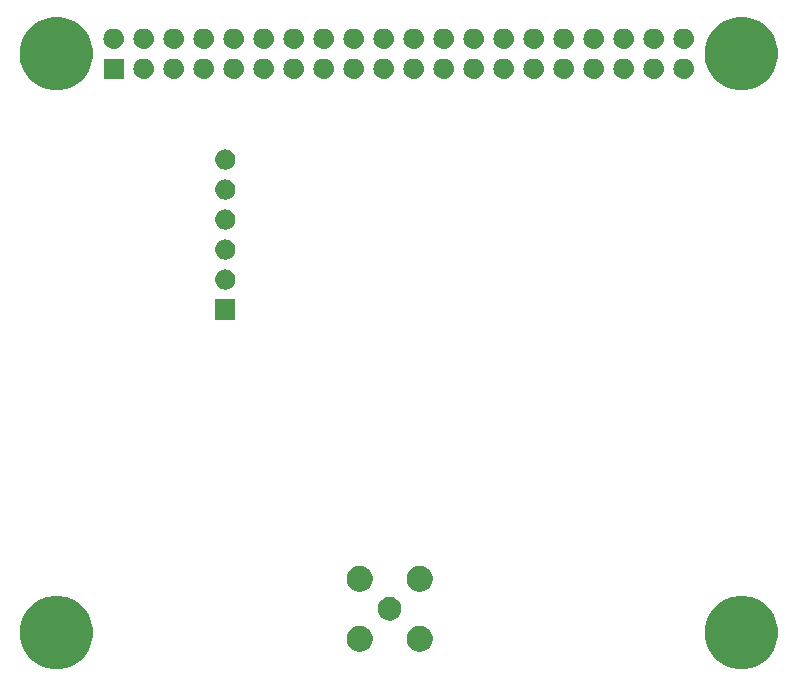
<source format=gbs>
G04 #@! TF.GenerationSoftware,KiCad,Pcbnew,5.0.1-33cea8e~67~ubuntu18.04.1*
G04 #@! TF.CreationDate,2018-12-03T16:30:20-06:00*
G04 #@! TF.ProjectId,PiHatAx5043,50694861744178353034332E6B696361,V1.3*
G04 #@! TF.SameCoordinates,Original*
G04 #@! TF.FileFunction,Soldermask,Bot*
G04 #@! TF.FilePolarity,Negative*
%FSLAX46Y46*%
G04 Gerber Fmt 4.6, Leading zero omitted, Abs format (unit mm)*
G04 Created by KiCad (PCBNEW 5.0.1-33cea8e~67~ubuntu18.04.1) date Mon 03 Dec 2018 04:30:20 PM CST*
%MOMM*%
%LPD*%
G01*
G04 APERTURE LIST*
%ADD10C,0.100000*%
G04 APERTURE END LIST*
D10*
G36*
X48104599Y-88079421D02*
X48304237Y-88119131D01*
X48868401Y-88352815D01*
X49376135Y-88692072D01*
X49807928Y-89123865D01*
X50147185Y-89631599D01*
X50380869Y-90195763D01*
X50380869Y-90195764D01*
X50496301Y-90776078D01*
X50500000Y-90794677D01*
X50500000Y-91405323D01*
X50380869Y-92004237D01*
X50147185Y-92568401D01*
X49807928Y-93076135D01*
X49376135Y-93507928D01*
X48868401Y-93847185D01*
X48304237Y-94080869D01*
X48104599Y-94120579D01*
X47705325Y-94200000D01*
X47094675Y-94200000D01*
X46695401Y-94120579D01*
X46495763Y-94080869D01*
X45931599Y-93847185D01*
X45423865Y-93507928D01*
X44992072Y-93076135D01*
X44652815Y-92568401D01*
X44419131Y-92004237D01*
X44300000Y-91405323D01*
X44300000Y-90794677D01*
X44303700Y-90776078D01*
X44419131Y-90195764D01*
X44419131Y-90195763D01*
X44652815Y-89631599D01*
X44992072Y-89123865D01*
X45423865Y-88692072D01*
X45931599Y-88352815D01*
X46495763Y-88119131D01*
X46695401Y-88079421D01*
X47094675Y-88000000D01*
X47705325Y-88000000D01*
X48104599Y-88079421D01*
X48104599Y-88079421D01*
G37*
G36*
X106104599Y-88079421D02*
X106304237Y-88119131D01*
X106868401Y-88352815D01*
X107376135Y-88692072D01*
X107807928Y-89123865D01*
X108147185Y-89631599D01*
X108380869Y-90195763D01*
X108380869Y-90195764D01*
X108496301Y-90776078D01*
X108500000Y-90794677D01*
X108500000Y-91405323D01*
X108380869Y-92004237D01*
X108147185Y-92568401D01*
X107807928Y-93076135D01*
X107376135Y-93507928D01*
X106868401Y-93847185D01*
X106304237Y-94080869D01*
X106104599Y-94120579D01*
X105705325Y-94200000D01*
X105094675Y-94200000D01*
X104695401Y-94120579D01*
X104495763Y-94080869D01*
X103931599Y-93847185D01*
X103423865Y-93507928D01*
X102992072Y-93076135D01*
X102652815Y-92568401D01*
X102419131Y-92004237D01*
X102300000Y-91405323D01*
X102300000Y-90794677D01*
X102303700Y-90776078D01*
X102419131Y-90195764D01*
X102419131Y-90195763D01*
X102652815Y-89631599D01*
X102992072Y-89123865D01*
X103423865Y-88692072D01*
X103931599Y-88352815D01*
X104495763Y-88119131D01*
X104695401Y-88079421D01*
X105094675Y-88000000D01*
X105705325Y-88000000D01*
X106104599Y-88079421D01*
X106104599Y-88079421D01*
G37*
G36*
X73409357Y-90572772D02*
X73609542Y-90655691D01*
X73789713Y-90776078D01*
X73942922Y-90929287D01*
X74063309Y-91109458D01*
X74146228Y-91309643D01*
X74188500Y-91522158D01*
X74188500Y-91738842D01*
X74146228Y-91951357D01*
X74063309Y-92151542D01*
X73942922Y-92331713D01*
X73789713Y-92484922D01*
X73789710Y-92484924D01*
X73789709Y-92484925D01*
X73609545Y-92605307D01*
X73609542Y-92605309D01*
X73409357Y-92688228D01*
X73196842Y-92730500D01*
X72980158Y-92730500D01*
X72767643Y-92688228D01*
X72567458Y-92605309D01*
X72567455Y-92605307D01*
X72387291Y-92484925D01*
X72387290Y-92484924D01*
X72387287Y-92484922D01*
X72234078Y-92331713D01*
X72113691Y-92151542D01*
X72030772Y-91951357D01*
X71988500Y-91738842D01*
X71988500Y-91522158D01*
X72030772Y-91309643D01*
X72113691Y-91109458D01*
X72234078Y-90929287D01*
X72387287Y-90776078D01*
X72567458Y-90655691D01*
X72767643Y-90572772D01*
X72980158Y-90530500D01*
X73196842Y-90530500D01*
X73409357Y-90572772D01*
X73409357Y-90572772D01*
G37*
G36*
X78489357Y-90572772D02*
X78689542Y-90655691D01*
X78869713Y-90776078D01*
X79022922Y-90929287D01*
X79143309Y-91109458D01*
X79226228Y-91309643D01*
X79268500Y-91522158D01*
X79268500Y-91738842D01*
X79226228Y-91951357D01*
X79143309Y-92151542D01*
X79022922Y-92331713D01*
X78869713Y-92484922D01*
X78869710Y-92484924D01*
X78869709Y-92484925D01*
X78689545Y-92605307D01*
X78689542Y-92605309D01*
X78489357Y-92688228D01*
X78276842Y-92730500D01*
X78060158Y-92730500D01*
X77847643Y-92688228D01*
X77647458Y-92605309D01*
X77647455Y-92605307D01*
X77467291Y-92484925D01*
X77467290Y-92484924D01*
X77467287Y-92484922D01*
X77314078Y-92331713D01*
X77193691Y-92151542D01*
X77110772Y-91951357D01*
X77068500Y-91738842D01*
X77068500Y-91522158D01*
X77110772Y-91309643D01*
X77193691Y-91109458D01*
X77314078Y-90929287D01*
X77467287Y-90776078D01*
X77647458Y-90655691D01*
X77847643Y-90572772D01*
X78060158Y-90530500D01*
X78276842Y-90530500D01*
X78489357Y-90572772D01*
X78489357Y-90572772D01*
G37*
G36*
X75804270Y-88105872D02*
X75920189Y-88128929D01*
X76102178Y-88204311D01*
X76265963Y-88313749D01*
X76405251Y-88453037D01*
X76514689Y-88616822D01*
X76590071Y-88798811D01*
X76628500Y-88992009D01*
X76628500Y-89188991D01*
X76590071Y-89382189D01*
X76514689Y-89564178D01*
X76405251Y-89727963D01*
X76265963Y-89867251D01*
X76102178Y-89976689D01*
X75920189Y-90052071D01*
X75804270Y-90075128D01*
X75726993Y-90090500D01*
X75530007Y-90090500D01*
X75452730Y-90075128D01*
X75336811Y-90052071D01*
X75154822Y-89976689D01*
X74991037Y-89867251D01*
X74851749Y-89727963D01*
X74742311Y-89564178D01*
X74666929Y-89382189D01*
X74628500Y-89188991D01*
X74628500Y-88992009D01*
X74666929Y-88798811D01*
X74742311Y-88616822D01*
X74851749Y-88453037D01*
X74991037Y-88313749D01*
X75154822Y-88204311D01*
X75336811Y-88128929D01*
X75452730Y-88105872D01*
X75530007Y-88090500D01*
X75726993Y-88090500D01*
X75804270Y-88105872D01*
X75804270Y-88105872D01*
G37*
G36*
X78489357Y-85492772D02*
X78689542Y-85575691D01*
X78869713Y-85696078D01*
X79022922Y-85849287D01*
X79143309Y-86029458D01*
X79226228Y-86229643D01*
X79268500Y-86442158D01*
X79268500Y-86658842D01*
X79226228Y-86871357D01*
X79143309Y-87071542D01*
X79022922Y-87251713D01*
X78869713Y-87404922D01*
X78689542Y-87525309D01*
X78489357Y-87608228D01*
X78276842Y-87650500D01*
X78060158Y-87650500D01*
X77847643Y-87608228D01*
X77647458Y-87525309D01*
X77467287Y-87404922D01*
X77314078Y-87251713D01*
X77193691Y-87071542D01*
X77110772Y-86871357D01*
X77068500Y-86658842D01*
X77068500Y-86442158D01*
X77110772Y-86229643D01*
X77193691Y-86029458D01*
X77314078Y-85849287D01*
X77467287Y-85696078D01*
X77647458Y-85575691D01*
X77847643Y-85492772D01*
X78060158Y-85450500D01*
X78276842Y-85450500D01*
X78489357Y-85492772D01*
X78489357Y-85492772D01*
G37*
G36*
X73409357Y-85492772D02*
X73609542Y-85575691D01*
X73789713Y-85696078D01*
X73942922Y-85849287D01*
X74063309Y-86029458D01*
X74146228Y-86229643D01*
X74188500Y-86442158D01*
X74188500Y-86658842D01*
X74146228Y-86871357D01*
X74063309Y-87071542D01*
X73942922Y-87251713D01*
X73789713Y-87404922D01*
X73609542Y-87525309D01*
X73409357Y-87608228D01*
X73196842Y-87650500D01*
X72980158Y-87650500D01*
X72767643Y-87608228D01*
X72567458Y-87525309D01*
X72387287Y-87404922D01*
X72234078Y-87251713D01*
X72113691Y-87071542D01*
X72030772Y-86871357D01*
X71988500Y-86658842D01*
X71988500Y-86442158D01*
X72030772Y-86229643D01*
X72113691Y-86029458D01*
X72234078Y-85849287D01*
X72387287Y-85696078D01*
X72567458Y-85575691D01*
X72767643Y-85492772D01*
X72980158Y-85450500D01*
X73196842Y-85450500D01*
X73409357Y-85492772D01*
X73409357Y-85492772D01*
G37*
G36*
X62572000Y-64604000D02*
X60872000Y-64604000D01*
X60872000Y-62904000D01*
X62572000Y-62904000D01*
X62572000Y-64604000D01*
X62572000Y-64604000D01*
G37*
G36*
X61888630Y-60376299D02*
X62048855Y-60424903D01*
X62196520Y-60503831D01*
X62325949Y-60610051D01*
X62432169Y-60739480D01*
X62511097Y-60887145D01*
X62559701Y-61047370D01*
X62576112Y-61214000D01*
X62559701Y-61380630D01*
X62511097Y-61540855D01*
X62432169Y-61688520D01*
X62325949Y-61817949D01*
X62196520Y-61924169D01*
X62048855Y-62003097D01*
X61888630Y-62051701D01*
X61763752Y-62064000D01*
X61680248Y-62064000D01*
X61555370Y-62051701D01*
X61395145Y-62003097D01*
X61247480Y-61924169D01*
X61118051Y-61817949D01*
X61011831Y-61688520D01*
X60932903Y-61540855D01*
X60884299Y-61380630D01*
X60867888Y-61214000D01*
X60884299Y-61047370D01*
X60932903Y-60887145D01*
X61011831Y-60739480D01*
X61118051Y-60610051D01*
X61247480Y-60503831D01*
X61395145Y-60424903D01*
X61555370Y-60376299D01*
X61680248Y-60364000D01*
X61763752Y-60364000D01*
X61888630Y-60376299D01*
X61888630Y-60376299D01*
G37*
G36*
X61888630Y-57836299D02*
X62048855Y-57884903D01*
X62196520Y-57963831D01*
X62325949Y-58070051D01*
X62432169Y-58199480D01*
X62511097Y-58347145D01*
X62559701Y-58507370D01*
X62576112Y-58674000D01*
X62559701Y-58840630D01*
X62511097Y-59000855D01*
X62432169Y-59148520D01*
X62325949Y-59277949D01*
X62196520Y-59384169D01*
X62048855Y-59463097D01*
X61888630Y-59511701D01*
X61763752Y-59524000D01*
X61680248Y-59524000D01*
X61555370Y-59511701D01*
X61395145Y-59463097D01*
X61247480Y-59384169D01*
X61118051Y-59277949D01*
X61011831Y-59148520D01*
X60932903Y-59000855D01*
X60884299Y-58840630D01*
X60867888Y-58674000D01*
X60884299Y-58507370D01*
X60932903Y-58347145D01*
X61011831Y-58199480D01*
X61118051Y-58070051D01*
X61247480Y-57963831D01*
X61395145Y-57884903D01*
X61555370Y-57836299D01*
X61680248Y-57824000D01*
X61763752Y-57824000D01*
X61888630Y-57836299D01*
X61888630Y-57836299D01*
G37*
G36*
X61888630Y-55296299D02*
X62048855Y-55344903D01*
X62196520Y-55423831D01*
X62325949Y-55530051D01*
X62432169Y-55659480D01*
X62511097Y-55807145D01*
X62559701Y-55967370D01*
X62576112Y-56134000D01*
X62559701Y-56300630D01*
X62511097Y-56460855D01*
X62432169Y-56608520D01*
X62325949Y-56737949D01*
X62196520Y-56844169D01*
X62048855Y-56923097D01*
X61888630Y-56971701D01*
X61763752Y-56984000D01*
X61680248Y-56984000D01*
X61555370Y-56971701D01*
X61395145Y-56923097D01*
X61247480Y-56844169D01*
X61118051Y-56737949D01*
X61011831Y-56608520D01*
X60932903Y-56460855D01*
X60884299Y-56300630D01*
X60867888Y-56134000D01*
X60884299Y-55967370D01*
X60932903Y-55807145D01*
X61011831Y-55659480D01*
X61118051Y-55530051D01*
X61247480Y-55423831D01*
X61395145Y-55344903D01*
X61555370Y-55296299D01*
X61680248Y-55284000D01*
X61763752Y-55284000D01*
X61888630Y-55296299D01*
X61888630Y-55296299D01*
G37*
G36*
X61888630Y-52756299D02*
X62048855Y-52804903D01*
X62196520Y-52883831D01*
X62325949Y-52990051D01*
X62432169Y-53119480D01*
X62511097Y-53267145D01*
X62559701Y-53427370D01*
X62576112Y-53594000D01*
X62559701Y-53760630D01*
X62511097Y-53920855D01*
X62432169Y-54068520D01*
X62325949Y-54197949D01*
X62196520Y-54304169D01*
X62048855Y-54383097D01*
X61888630Y-54431701D01*
X61763752Y-54444000D01*
X61680248Y-54444000D01*
X61555370Y-54431701D01*
X61395145Y-54383097D01*
X61247480Y-54304169D01*
X61118051Y-54197949D01*
X61011831Y-54068520D01*
X60932903Y-53920855D01*
X60884299Y-53760630D01*
X60867888Y-53594000D01*
X60884299Y-53427370D01*
X60932903Y-53267145D01*
X61011831Y-53119480D01*
X61118051Y-52990051D01*
X61247480Y-52883831D01*
X61395145Y-52804903D01*
X61555370Y-52756299D01*
X61680248Y-52744000D01*
X61763752Y-52744000D01*
X61888630Y-52756299D01*
X61888630Y-52756299D01*
G37*
G36*
X61888630Y-50216299D02*
X62048855Y-50264903D01*
X62196520Y-50343831D01*
X62325949Y-50450051D01*
X62432169Y-50579480D01*
X62511097Y-50727145D01*
X62559701Y-50887370D01*
X62576112Y-51054000D01*
X62559701Y-51220630D01*
X62511097Y-51380855D01*
X62432169Y-51528520D01*
X62325949Y-51657949D01*
X62196520Y-51764169D01*
X62048855Y-51843097D01*
X61888630Y-51891701D01*
X61763752Y-51904000D01*
X61680248Y-51904000D01*
X61555370Y-51891701D01*
X61395145Y-51843097D01*
X61247480Y-51764169D01*
X61118051Y-51657949D01*
X61011831Y-51528520D01*
X60932903Y-51380855D01*
X60884299Y-51220630D01*
X60867888Y-51054000D01*
X60884299Y-50887370D01*
X60932903Y-50727145D01*
X61011831Y-50579480D01*
X61118051Y-50450051D01*
X61247480Y-50343831D01*
X61395145Y-50264903D01*
X61555370Y-50216299D01*
X61680248Y-50204000D01*
X61763752Y-50204000D01*
X61888630Y-50216299D01*
X61888630Y-50216299D01*
G37*
G36*
X106104599Y-39079421D02*
X106304237Y-39119131D01*
X106868401Y-39352815D01*
X107376135Y-39692072D01*
X107807928Y-40123865D01*
X108147185Y-40631599D01*
X108366920Y-41162088D01*
X108380869Y-41195764D01*
X108500000Y-41794675D01*
X108500000Y-42405325D01*
X108430169Y-42756388D01*
X108380869Y-43004237D01*
X108147185Y-43568401D01*
X107807928Y-44076135D01*
X107376135Y-44507928D01*
X106868401Y-44847185D01*
X106304237Y-45080869D01*
X106104599Y-45120579D01*
X105705325Y-45200000D01*
X105094675Y-45200000D01*
X104695401Y-45120579D01*
X104495763Y-45080869D01*
X103931599Y-44847185D01*
X103423865Y-44507928D01*
X102992072Y-44076135D01*
X102652815Y-43568401D01*
X102419131Y-43004237D01*
X102369831Y-42756388D01*
X102300000Y-42405325D01*
X102300000Y-41794675D01*
X102419131Y-41195764D01*
X102433080Y-41162088D01*
X102652815Y-40631599D01*
X102992072Y-40123865D01*
X103423865Y-39692072D01*
X103931599Y-39352815D01*
X104495763Y-39119131D01*
X104695401Y-39079421D01*
X105094675Y-39000000D01*
X105705325Y-39000000D01*
X106104599Y-39079421D01*
X106104599Y-39079421D01*
G37*
G36*
X48104599Y-39079421D02*
X48304237Y-39119131D01*
X48868401Y-39352815D01*
X49376135Y-39692072D01*
X49807928Y-40123865D01*
X50147185Y-40631599D01*
X50366920Y-41162088D01*
X50380869Y-41195764D01*
X50500000Y-41794675D01*
X50500000Y-42405325D01*
X50430169Y-42756388D01*
X50380869Y-43004237D01*
X50147185Y-43568401D01*
X49807928Y-44076135D01*
X49376135Y-44507928D01*
X48868401Y-44847185D01*
X48304237Y-45080869D01*
X48104599Y-45120579D01*
X47705325Y-45200000D01*
X47094675Y-45200000D01*
X46695401Y-45120579D01*
X46495763Y-45080869D01*
X45931599Y-44847185D01*
X45423865Y-44507928D01*
X44992072Y-44076135D01*
X44652815Y-43568401D01*
X44419131Y-43004237D01*
X44369831Y-42756388D01*
X44300000Y-42405325D01*
X44300000Y-41794675D01*
X44419131Y-41195764D01*
X44433080Y-41162088D01*
X44652815Y-40631599D01*
X44992072Y-40123865D01*
X45423865Y-39692072D01*
X45931599Y-39352815D01*
X46495763Y-39119131D01*
X46695401Y-39079421D01*
X47094675Y-39000000D01*
X47705325Y-39000000D01*
X48104599Y-39079421D01*
X48104599Y-39079421D01*
G37*
G36*
X54894712Y-42510565D02*
X54979295Y-42518896D01*
X55099727Y-42555429D01*
X55142088Y-42568279D01*
X55292112Y-42648468D01*
X55423612Y-42756388D01*
X55531532Y-42887888D01*
X55611721Y-43037912D01*
X55611722Y-43037916D01*
X55661104Y-43200705D01*
X55677778Y-43370000D01*
X55661104Y-43539295D01*
X55624571Y-43659727D01*
X55611721Y-43702088D01*
X55531532Y-43852112D01*
X55423612Y-43983612D01*
X55292112Y-44091532D01*
X55142088Y-44171721D01*
X55099727Y-44184571D01*
X54979295Y-44221104D01*
X54894712Y-44229435D01*
X54852421Y-44233600D01*
X54767579Y-44233600D01*
X54725288Y-44229435D01*
X54640705Y-44221104D01*
X54520273Y-44184571D01*
X54477912Y-44171721D01*
X54327888Y-44091532D01*
X54196388Y-43983612D01*
X54088468Y-43852112D01*
X54008279Y-43702088D01*
X53995429Y-43659727D01*
X53958896Y-43539295D01*
X53942222Y-43370000D01*
X53958896Y-43200705D01*
X54008278Y-43037916D01*
X54008279Y-43037912D01*
X54088468Y-42887888D01*
X54196388Y-42756388D01*
X54327888Y-42648468D01*
X54477912Y-42568279D01*
X54520273Y-42555429D01*
X54640705Y-42518896D01*
X54725288Y-42510565D01*
X54767579Y-42506400D01*
X54852421Y-42506400D01*
X54894712Y-42510565D01*
X54894712Y-42510565D01*
G37*
G36*
X53133600Y-44233600D02*
X51406400Y-44233600D01*
X51406400Y-42506400D01*
X53133600Y-42506400D01*
X53133600Y-44233600D01*
X53133600Y-44233600D01*
G37*
G36*
X100614712Y-42510565D02*
X100699295Y-42518896D01*
X100819727Y-42555429D01*
X100862088Y-42568279D01*
X101012112Y-42648468D01*
X101143612Y-42756388D01*
X101251532Y-42887888D01*
X101331721Y-43037912D01*
X101331722Y-43037916D01*
X101381104Y-43200705D01*
X101397778Y-43370000D01*
X101381104Y-43539295D01*
X101344571Y-43659727D01*
X101331721Y-43702088D01*
X101251532Y-43852112D01*
X101143612Y-43983612D01*
X101012112Y-44091532D01*
X100862088Y-44171721D01*
X100819727Y-44184571D01*
X100699295Y-44221104D01*
X100614712Y-44229435D01*
X100572421Y-44233600D01*
X100487579Y-44233600D01*
X100445288Y-44229435D01*
X100360705Y-44221104D01*
X100240273Y-44184571D01*
X100197912Y-44171721D01*
X100047888Y-44091532D01*
X99916388Y-43983612D01*
X99808468Y-43852112D01*
X99728279Y-43702088D01*
X99715429Y-43659727D01*
X99678896Y-43539295D01*
X99662222Y-43370000D01*
X99678896Y-43200705D01*
X99728278Y-43037916D01*
X99728279Y-43037912D01*
X99808468Y-42887888D01*
X99916388Y-42756388D01*
X100047888Y-42648468D01*
X100197912Y-42568279D01*
X100240273Y-42555429D01*
X100360705Y-42518896D01*
X100445288Y-42510565D01*
X100487579Y-42506400D01*
X100572421Y-42506400D01*
X100614712Y-42510565D01*
X100614712Y-42510565D01*
G37*
G36*
X98074712Y-42510565D02*
X98159295Y-42518896D01*
X98279727Y-42555429D01*
X98322088Y-42568279D01*
X98472112Y-42648468D01*
X98603612Y-42756388D01*
X98711532Y-42887888D01*
X98791721Y-43037912D01*
X98791722Y-43037916D01*
X98841104Y-43200705D01*
X98857778Y-43370000D01*
X98841104Y-43539295D01*
X98804571Y-43659727D01*
X98791721Y-43702088D01*
X98711532Y-43852112D01*
X98603612Y-43983612D01*
X98472112Y-44091532D01*
X98322088Y-44171721D01*
X98279727Y-44184571D01*
X98159295Y-44221104D01*
X98074712Y-44229435D01*
X98032421Y-44233600D01*
X97947579Y-44233600D01*
X97905288Y-44229435D01*
X97820705Y-44221104D01*
X97700273Y-44184571D01*
X97657912Y-44171721D01*
X97507888Y-44091532D01*
X97376388Y-43983612D01*
X97268468Y-43852112D01*
X97188279Y-43702088D01*
X97175429Y-43659727D01*
X97138896Y-43539295D01*
X97122222Y-43370000D01*
X97138896Y-43200705D01*
X97188278Y-43037916D01*
X97188279Y-43037912D01*
X97268468Y-42887888D01*
X97376388Y-42756388D01*
X97507888Y-42648468D01*
X97657912Y-42568279D01*
X97700273Y-42555429D01*
X97820705Y-42518896D01*
X97905288Y-42510565D01*
X97947579Y-42506400D01*
X98032421Y-42506400D01*
X98074712Y-42510565D01*
X98074712Y-42510565D01*
G37*
G36*
X95534712Y-42510565D02*
X95619295Y-42518896D01*
X95739727Y-42555429D01*
X95782088Y-42568279D01*
X95932112Y-42648468D01*
X96063612Y-42756388D01*
X96171532Y-42887888D01*
X96251721Y-43037912D01*
X96251722Y-43037916D01*
X96301104Y-43200705D01*
X96317778Y-43370000D01*
X96301104Y-43539295D01*
X96264571Y-43659727D01*
X96251721Y-43702088D01*
X96171532Y-43852112D01*
X96063612Y-43983612D01*
X95932112Y-44091532D01*
X95782088Y-44171721D01*
X95739727Y-44184571D01*
X95619295Y-44221104D01*
X95534712Y-44229435D01*
X95492421Y-44233600D01*
X95407579Y-44233600D01*
X95365288Y-44229435D01*
X95280705Y-44221104D01*
X95160273Y-44184571D01*
X95117912Y-44171721D01*
X94967888Y-44091532D01*
X94836388Y-43983612D01*
X94728468Y-43852112D01*
X94648279Y-43702088D01*
X94635429Y-43659727D01*
X94598896Y-43539295D01*
X94582222Y-43370000D01*
X94598896Y-43200705D01*
X94648278Y-43037916D01*
X94648279Y-43037912D01*
X94728468Y-42887888D01*
X94836388Y-42756388D01*
X94967888Y-42648468D01*
X95117912Y-42568279D01*
X95160273Y-42555429D01*
X95280705Y-42518896D01*
X95365288Y-42510565D01*
X95407579Y-42506400D01*
X95492421Y-42506400D01*
X95534712Y-42510565D01*
X95534712Y-42510565D01*
G37*
G36*
X92994712Y-42510565D02*
X93079295Y-42518896D01*
X93199727Y-42555429D01*
X93242088Y-42568279D01*
X93392112Y-42648468D01*
X93523612Y-42756388D01*
X93631532Y-42887888D01*
X93711721Y-43037912D01*
X93711722Y-43037916D01*
X93761104Y-43200705D01*
X93777778Y-43370000D01*
X93761104Y-43539295D01*
X93724571Y-43659727D01*
X93711721Y-43702088D01*
X93631532Y-43852112D01*
X93523612Y-43983612D01*
X93392112Y-44091532D01*
X93242088Y-44171721D01*
X93199727Y-44184571D01*
X93079295Y-44221104D01*
X92994712Y-44229435D01*
X92952421Y-44233600D01*
X92867579Y-44233600D01*
X92825288Y-44229435D01*
X92740705Y-44221104D01*
X92620273Y-44184571D01*
X92577912Y-44171721D01*
X92427888Y-44091532D01*
X92296388Y-43983612D01*
X92188468Y-43852112D01*
X92108279Y-43702088D01*
X92095429Y-43659727D01*
X92058896Y-43539295D01*
X92042222Y-43370000D01*
X92058896Y-43200705D01*
X92108278Y-43037916D01*
X92108279Y-43037912D01*
X92188468Y-42887888D01*
X92296388Y-42756388D01*
X92427888Y-42648468D01*
X92577912Y-42568279D01*
X92620273Y-42555429D01*
X92740705Y-42518896D01*
X92825288Y-42510565D01*
X92867579Y-42506400D01*
X92952421Y-42506400D01*
X92994712Y-42510565D01*
X92994712Y-42510565D01*
G37*
G36*
X67594712Y-42510565D02*
X67679295Y-42518896D01*
X67799727Y-42555429D01*
X67842088Y-42568279D01*
X67992112Y-42648468D01*
X68123612Y-42756388D01*
X68231532Y-42887888D01*
X68311721Y-43037912D01*
X68311722Y-43037916D01*
X68361104Y-43200705D01*
X68377778Y-43370000D01*
X68361104Y-43539295D01*
X68324571Y-43659727D01*
X68311721Y-43702088D01*
X68231532Y-43852112D01*
X68123612Y-43983612D01*
X67992112Y-44091532D01*
X67842088Y-44171721D01*
X67799727Y-44184571D01*
X67679295Y-44221104D01*
X67594712Y-44229435D01*
X67552421Y-44233600D01*
X67467579Y-44233600D01*
X67425288Y-44229435D01*
X67340705Y-44221104D01*
X67220273Y-44184571D01*
X67177912Y-44171721D01*
X67027888Y-44091532D01*
X66896388Y-43983612D01*
X66788468Y-43852112D01*
X66708279Y-43702088D01*
X66695429Y-43659727D01*
X66658896Y-43539295D01*
X66642222Y-43370000D01*
X66658896Y-43200705D01*
X66708278Y-43037916D01*
X66708279Y-43037912D01*
X66788468Y-42887888D01*
X66896388Y-42756388D01*
X67027888Y-42648468D01*
X67177912Y-42568279D01*
X67220273Y-42555429D01*
X67340705Y-42518896D01*
X67425288Y-42510565D01*
X67467579Y-42506400D01*
X67552421Y-42506400D01*
X67594712Y-42510565D01*
X67594712Y-42510565D01*
G37*
G36*
X59974712Y-42510565D02*
X60059295Y-42518896D01*
X60179727Y-42555429D01*
X60222088Y-42568279D01*
X60372112Y-42648468D01*
X60503612Y-42756388D01*
X60611532Y-42887888D01*
X60691721Y-43037912D01*
X60691722Y-43037916D01*
X60741104Y-43200705D01*
X60757778Y-43370000D01*
X60741104Y-43539295D01*
X60704571Y-43659727D01*
X60691721Y-43702088D01*
X60611532Y-43852112D01*
X60503612Y-43983612D01*
X60372112Y-44091532D01*
X60222088Y-44171721D01*
X60179727Y-44184571D01*
X60059295Y-44221104D01*
X59974712Y-44229435D01*
X59932421Y-44233600D01*
X59847579Y-44233600D01*
X59805288Y-44229435D01*
X59720705Y-44221104D01*
X59600273Y-44184571D01*
X59557912Y-44171721D01*
X59407888Y-44091532D01*
X59276388Y-43983612D01*
X59168468Y-43852112D01*
X59088279Y-43702088D01*
X59075429Y-43659727D01*
X59038896Y-43539295D01*
X59022222Y-43370000D01*
X59038896Y-43200705D01*
X59088278Y-43037916D01*
X59088279Y-43037912D01*
X59168468Y-42887888D01*
X59276388Y-42756388D01*
X59407888Y-42648468D01*
X59557912Y-42568279D01*
X59600273Y-42555429D01*
X59720705Y-42518896D01*
X59805288Y-42510565D01*
X59847579Y-42506400D01*
X59932421Y-42506400D01*
X59974712Y-42510565D01*
X59974712Y-42510565D01*
G37*
G36*
X62514712Y-42510565D02*
X62599295Y-42518896D01*
X62719727Y-42555429D01*
X62762088Y-42568279D01*
X62912112Y-42648468D01*
X63043612Y-42756388D01*
X63151532Y-42887888D01*
X63231721Y-43037912D01*
X63231722Y-43037916D01*
X63281104Y-43200705D01*
X63297778Y-43370000D01*
X63281104Y-43539295D01*
X63244571Y-43659727D01*
X63231721Y-43702088D01*
X63151532Y-43852112D01*
X63043612Y-43983612D01*
X62912112Y-44091532D01*
X62762088Y-44171721D01*
X62719727Y-44184571D01*
X62599295Y-44221104D01*
X62514712Y-44229435D01*
X62472421Y-44233600D01*
X62387579Y-44233600D01*
X62345288Y-44229435D01*
X62260705Y-44221104D01*
X62140273Y-44184571D01*
X62097912Y-44171721D01*
X61947888Y-44091532D01*
X61816388Y-43983612D01*
X61708468Y-43852112D01*
X61628279Y-43702088D01*
X61615429Y-43659727D01*
X61578896Y-43539295D01*
X61562222Y-43370000D01*
X61578896Y-43200705D01*
X61628278Y-43037916D01*
X61628279Y-43037912D01*
X61708468Y-42887888D01*
X61816388Y-42756388D01*
X61947888Y-42648468D01*
X62097912Y-42568279D01*
X62140273Y-42555429D01*
X62260705Y-42518896D01*
X62345288Y-42510565D01*
X62387579Y-42506400D01*
X62472421Y-42506400D01*
X62514712Y-42510565D01*
X62514712Y-42510565D01*
G37*
G36*
X65054712Y-42510565D02*
X65139295Y-42518896D01*
X65259727Y-42555429D01*
X65302088Y-42568279D01*
X65452112Y-42648468D01*
X65583612Y-42756388D01*
X65691532Y-42887888D01*
X65771721Y-43037912D01*
X65771722Y-43037916D01*
X65821104Y-43200705D01*
X65837778Y-43370000D01*
X65821104Y-43539295D01*
X65784571Y-43659727D01*
X65771721Y-43702088D01*
X65691532Y-43852112D01*
X65583612Y-43983612D01*
X65452112Y-44091532D01*
X65302088Y-44171721D01*
X65259727Y-44184571D01*
X65139295Y-44221104D01*
X65054712Y-44229435D01*
X65012421Y-44233600D01*
X64927579Y-44233600D01*
X64885288Y-44229435D01*
X64800705Y-44221104D01*
X64680273Y-44184571D01*
X64637912Y-44171721D01*
X64487888Y-44091532D01*
X64356388Y-43983612D01*
X64248468Y-43852112D01*
X64168279Y-43702088D01*
X64155429Y-43659727D01*
X64118896Y-43539295D01*
X64102222Y-43370000D01*
X64118896Y-43200705D01*
X64168278Y-43037916D01*
X64168279Y-43037912D01*
X64248468Y-42887888D01*
X64356388Y-42756388D01*
X64487888Y-42648468D01*
X64637912Y-42568279D01*
X64680273Y-42555429D01*
X64800705Y-42518896D01*
X64885288Y-42510565D01*
X64927579Y-42506400D01*
X65012421Y-42506400D01*
X65054712Y-42510565D01*
X65054712Y-42510565D01*
G37*
G36*
X72674712Y-42510565D02*
X72759295Y-42518896D01*
X72879727Y-42555429D01*
X72922088Y-42568279D01*
X73072112Y-42648468D01*
X73203612Y-42756388D01*
X73311532Y-42887888D01*
X73391721Y-43037912D01*
X73391722Y-43037916D01*
X73441104Y-43200705D01*
X73457778Y-43370000D01*
X73441104Y-43539295D01*
X73404571Y-43659727D01*
X73391721Y-43702088D01*
X73311532Y-43852112D01*
X73203612Y-43983612D01*
X73072112Y-44091532D01*
X72922088Y-44171721D01*
X72879727Y-44184571D01*
X72759295Y-44221104D01*
X72674712Y-44229435D01*
X72632421Y-44233600D01*
X72547579Y-44233600D01*
X72505288Y-44229435D01*
X72420705Y-44221104D01*
X72300273Y-44184571D01*
X72257912Y-44171721D01*
X72107888Y-44091532D01*
X71976388Y-43983612D01*
X71868468Y-43852112D01*
X71788279Y-43702088D01*
X71775429Y-43659727D01*
X71738896Y-43539295D01*
X71722222Y-43370000D01*
X71738896Y-43200705D01*
X71788278Y-43037916D01*
X71788279Y-43037912D01*
X71868468Y-42887888D01*
X71976388Y-42756388D01*
X72107888Y-42648468D01*
X72257912Y-42568279D01*
X72300273Y-42555429D01*
X72420705Y-42518896D01*
X72505288Y-42510565D01*
X72547579Y-42506400D01*
X72632421Y-42506400D01*
X72674712Y-42510565D01*
X72674712Y-42510565D01*
G37*
G36*
X70134712Y-42510565D02*
X70219295Y-42518896D01*
X70339727Y-42555429D01*
X70382088Y-42568279D01*
X70532112Y-42648468D01*
X70663612Y-42756388D01*
X70771532Y-42887888D01*
X70851721Y-43037912D01*
X70851722Y-43037916D01*
X70901104Y-43200705D01*
X70917778Y-43370000D01*
X70901104Y-43539295D01*
X70864571Y-43659727D01*
X70851721Y-43702088D01*
X70771532Y-43852112D01*
X70663612Y-43983612D01*
X70532112Y-44091532D01*
X70382088Y-44171721D01*
X70339727Y-44184571D01*
X70219295Y-44221104D01*
X70134712Y-44229435D01*
X70092421Y-44233600D01*
X70007579Y-44233600D01*
X69965288Y-44229435D01*
X69880705Y-44221104D01*
X69760273Y-44184571D01*
X69717912Y-44171721D01*
X69567888Y-44091532D01*
X69436388Y-43983612D01*
X69328468Y-43852112D01*
X69248279Y-43702088D01*
X69235429Y-43659727D01*
X69198896Y-43539295D01*
X69182222Y-43370000D01*
X69198896Y-43200705D01*
X69248278Y-43037916D01*
X69248279Y-43037912D01*
X69328468Y-42887888D01*
X69436388Y-42756388D01*
X69567888Y-42648468D01*
X69717912Y-42568279D01*
X69760273Y-42555429D01*
X69880705Y-42518896D01*
X69965288Y-42510565D01*
X70007579Y-42506400D01*
X70092421Y-42506400D01*
X70134712Y-42510565D01*
X70134712Y-42510565D01*
G37*
G36*
X90454712Y-42510565D02*
X90539295Y-42518896D01*
X90659727Y-42555429D01*
X90702088Y-42568279D01*
X90852112Y-42648468D01*
X90983612Y-42756388D01*
X91091532Y-42887888D01*
X91171721Y-43037912D01*
X91171722Y-43037916D01*
X91221104Y-43200705D01*
X91237778Y-43370000D01*
X91221104Y-43539295D01*
X91184571Y-43659727D01*
X91171721Y-43702088D01*
X91091532Y-43852112D01*
X90983612Y-43983612D01*
X90852112Y-44091532D01*
X90702088Y-44171721D01*
X90659727Y-44184571D01*
X90539295Y-44221104D01*
X90454712Y-44229435D01*
X90412421Y-44233600D01*
X90327579Y-44233600D01*
X90285288Y-44229435D01*
X90200705Y-44221104D01*
X90080273Y-44184571D01*
X90037912Y-44171721D01*
X89887888Y-44091532D01*
X89756388Y-43983612D01*
X89648468Y-43852112D01*
X89568279Y-43702088D01*
X89555429Y-43659727D01*
X89518896Y-43539295D01*
X89502222Y-43370000D01*
X89518896Y-43200705D01*
X89568278Y-43037916D01*
X89568279Y-43037912D01*
X89648468Y-42887888D01*
X89756388Y-42756388D01*
X89887888Y-42648468D01*
X90037912Y-42568279D01*
X90080273Y-42555429D01*
X90200705Y-42518896D01*
X90285288Y-42510565D01*
X90327579Y-42506400D01*
X90412421Y-42506400D01*
X90454712Y-42510565D01*
X90454712Y-42510565D01*
G37*
G36*
X57434712Y-42510565D02*
X57519295Y-42518896D01*
X57639727Y-42555429D01*
X57682088Y-42568279D01*
X57832112Y-42648468D01*
X57963612Y-42756388D01*
X58071532Y-42887888D01*
X58151721Y-43037912D01*
X58151722Y-43037916D01*
X58201104Y-43200705D01*
X58217778Y-43370000D01*
X58201104Y-43539295D01*
X58164571Y-43659727D01*
X58151721Y-43702088D01*
X58071532Y-43852112D01*
X57963612Y-43983612D01*
X57832112Y-44091532D01*
X57682088Y-44171721D01*
X57639727Y-44184571D01*
X57519295Y-44221104D01*
X57434712Y-44229435D01*
X57392421Y-44233600D01*
X57307579Y-44233600D01*
X57265288Y-44229435D01*
X57180705Y-44221104D01*
X57060273Y-44184571D01*
X57017912Y-44171721D01*
X56867888Y-44091532D01*
X56736388Y-43983612D01*
X56628468Y-43852112D01*
X56548279Y-43702088D01*
X56535429Y-43659727D01*
X56498896Y-43539295D01*
X56482222Y-43370000D01*
X56498896Y-43200705D01*
X56548278Y-43037916D01*
X56548279Y-43037912D01*
X56628468Y-42887888D01*
X56736388Y-42756388D01*
X56867888Y-42648468D01*
X57017912Y-42568279D01*
X57060273Y-42555429D01*
X57180705Y-42518896D01*
X57265288Y-42510565D01*
X57307579Y-42506400D01*
X57392421Y-42506400D01*
X57434712Y-42510565D01*
X57434712Y-42510565D01*
G37*
G36*
X87914712Y-42510565D02*
X87999295Y-42518896D01*
X88119727Y-42555429D01*
X88162088Y-42568279D01*
X88312112Y-42648468D01*
X88443612Y-42756388D01*
X88551532Y-42887888D01*
X88631721Y-43037912D01*
X88631722Y-43037916D01*
X88681104Y-43200705D01*
X88697778Y-43370000D01*
X88681104Y-43539295D01*
X88644571Y-43659727D01*
X88631721Y-43702088D01*
X88551532Y-43852112D01*
X88443612Y-43983612D01*
X88312112Y-44091532D01*
X88162088Y-44171721D01*
X88119727Y-44184571D01*
X87999295Y-44221104D01*
X87914712Y-44229435D01*
X87872421Y-44233600D01*
X87787579Y-44233600D01*
X87745288Y-44229435D01*
X87660705Y-44221104D01*
X87540273Y-44184571D01*
X87497912Y-44171721D01*
X87347888Y-44091532D01*
X87216388Y-43983612D01*
X87108468Y-43852112D01*
X87028279Y-43702088D01*
X87015429Y-43659727D01*
X86978896Y-43539295D01*
X86962222Y-43370000D01*
X86978896Y-43200705D01*
X87028278Y-43037916D01*
X87028279Y-43037912D01*
X87108468Y-42887888D01*
X87216388Y-42756388D01*
X87347888Y-42648468D01*
X87497912Y-42568279D01*
X87540273Y-42555429D01*
X87660705Y-42518896D01*
X87745288Y-42510565D01*
X87787579Y-42506400D01*
X87872421Y-42506400D01*
X87914712Y-42510565D01*
X87914712Y-42510565D01*
G37*
G36*
X85374712Y-42510565D02*
X85459295Y-42518896D01*
X85579727Y-42555429D01*
X85622088Y-42568279D01*
X85772112Y-42648468D01*
X85903612Y-42756388D01*
X86011532Y-42887888D01*
X86091721Y-43037912D01*
X86091722Y-43037916D01*
X86141104Y-43200705D01*
X86157778Y-43370000D01*
X86141104Y-43539295D01*
X86104571Y-43659727D01*
X86091721Y-43702088D01*
X86011532Y-43852112D01*
X85903612Y-43983612D01*
X85772112Y-44091532D01*
X85622088Y-44171721D01*
X85579727Y-44184571D01*
X85459295Y-44221104D01*
X85374712Y-44229435D01*
X85332421Y-44233600D01*
X85247579Y-44233600D01*
X85205288Y-44229435D01*
X85120705Y-44221104D01*
X85000273Y-44184571D01*
X84957912Y-44171721D01*
X84807888Y-44091532D01*
X84676388Y-43983612D01*
X84568468Y-43852112D01*
X84488279Y-43702088D01*
X84475429Y-43659727D01*
X84438896Y-43539295D01*
X84422222Y-43370000D01*
X84438896Y-43200705D01*
X84488278Y-43037916D01*
X84488279Y-43037912D01*
X84568468Y-42887888D01*
X84676388Y-42756388D01*
X84807888Y-42648468D01*
X84957912Y-42568279D01*
X85000273Y-42555429D01*
X85120705Y-42518896D01*
X85205288Y-42510565D01*
X85247579Y-42506400D01*
X85332421Y-42506400D01*
X85374712Y-42510565D01*
X85374712Y-42510565D01*
G37*
G36*
X82834712Y-42510565D02*
X82919295Y-42518896D01*
X83039727Y-42555429D01*
X83082088Y-42568279D01*
X83232112Y-42648468D01*
X83363612Y-42756388D01*
X83471532Y-42887888D01*
X83551721Y-43037912D01*
X83551722Y-43037916D01*
X83601104Y-43200705D01*
X83617778Y-43370000D01*
X83601104Y-43539295D01*
X83564571Y-43659727D01*
X83551721Y-43702088D01*
X83471532Y-43852112D01*
X83363612Y-43983612D01*
X83232112Y-44091532D01*
X83082088Y-44171721D01*
X83039727Y-44184571D01*
X82919295Y-44221104D01*
X82834712Y-44229435D01*
X82792421Y-44233600D01*
X82707579Y-44233600D01*
X82665288Y-44229435D01*
X82580705Y-44221104D01*
X82460273Y-44184571D01*
X82417912Y-44171721D01*
X82267888Y-44091532D01*
X82136388Y-43983612D01*
X82028468Y-43852112D01*
X81948279Y-43702088D01*
X81935429Y-43659727D01*
X81898896Y-43539295D01*
X81882222Y-43370000D01*
X81898896Y-43200705D01*
X81948278Y-43037916D01*
X81948279Y-43037912D01*
X82028468Y-42887888D01*
X82136388Y-42756388D01*
X82267888Y-42648468D01*
X82417912Y-42568279D01*
X82460273Y-42555429D01*
X82580705Y-42518896D01*
X82665288Y-42510565D01*
X82707579Y-42506400D01*
X82792421Y-42506400D01*
X82834712Y-42510565D01*
X82834712Y-42510565D01*
G37*
G36*
X80294712Y-42510565D02*
X80379295Y-42518896D01*
X80499727Y-42555429D01*
X80542088Y-42568279D01*
X80692112Y-42648468D01*
X80823612Y-42756388D01*
X80931532Y-42887888D01*
X81011721Y-43037912D01*
X81011722Y-43037916D01*
X81061104Y-43200705D01*
X81077778Y-43370000D01*
X81061104Y-43539295D01*
X81024571Y-43659727D01*
X81011721Y-43702088D01*
X80931532Y-43852112D01*
X80823612Y-43983612D01*
X80692112Y-44091532D01*
X80542088Y-44171721D01*
X80499727Y-44184571D01*
X80379295Y-44221104D01*
X80294712Y-44229435D01*
X80252421Y-44233600D01*
X80167579Y-44233600D01*
X80125288Y-44229435D01*
X80040705Y-44221104D01*
X79920273Y-44184571D01*
X79877912Y-44171721D01*
X79727888Y-44091532D01*
X79596388Y-43983612D01*
X79488468Y-43852112D01*
X79408279Y-43702088D01*
X79395429Y-43659727D01*
X79358896Y-43539295D01*
X79342222Y-43370000D01*
X79358896Y-43200705D01*
X79408278Y-43037916D01*
X79408279Y-43037912D01*
X79488468Y-42887888D01*
X79596388Y-42756388D01*
X79727888Y-42648468D01*
X79877912Y-42568279D01*
X79920273Y-42555429D01*
X80040705Y-42518896D01*
X80125288Y-42510565D01*
X80167579Y-42506400D01*
X80252421Y-42506400D01*
X80294712Y-42510565D01*
X80294712Y-42510565D01*
G37*
G36*
X77754712Y-42510565D02*
X77839295Y-42518896D01*
X77959727Y-42555429D01*
X78002088Y-42568279D01*
X78152112Y-42648468D01*
X78283612Y-42756388D01*
X78391532Y-42887888D01*
X78471721Y-43037912D01*
X78471722Y-43037916D01*
X78521104Y-43200705D01*
X78537778Y-43370000D01*
X78521104Y-43539295D01*
X78484571Y-43659727D01*
X78471721Y-43702088D01*
X78391532Y-43852112D01*
X78283612Y-43983612D01*
X78152112Y-44091532D01*
X78002088Y-44171721D01*
X77959727Y-44184571D01*
X77839295Y-44221104D01*
X77754712Y-44229435D01*
X77712421Y-44233600D01*
X77627579Y-44233600D01*
X77585288Y-44229435D01*
X77500705Y-44221104D01*
X77380273Y-44184571D01*
X77337912Y-44171721D01*
X77187888Y-44091532D01*
X77056388Y-43983612D01*
X76948468Y-43852112D01*
X76868279Y-43702088D01*
X76855429Y-43659727D01*
X76818896Y-43539295D01*
X76802222Y-43370000D01*
X76818896Y-43200705D01*
X76868278Y-43037916D01*
X76868279Y-43037912D01*
X76948468Y-42887888D01*
X77056388Y-42756388D01*
X77187888Y-42648468D01*
X77337912Y-42568279D01*
X77380273Y-42555429D01*
X77500705Y-42518896D01*
X77585288Y-42510565D01*
X77627579Y-42506400D01*
X77712421Y-42506400D01*
X77754712Y-42510565D01*
X77754712Y-42510565D01*
G37*
G36*
X75214712Y-42510565D02*
X75299295Y-42518896D01*
X75419727Y-42555429D01*
X75462088Y-42568279D01*
X75612112Y-42648468D01*
X75743612Y-42756388D01*
X75851532Y-42887888D01*
X75931721Y-43037912D01*
X75931722Y-43037916D01*
X75981104Y-43200705D01*
X75997778Y-43370000D01*
X75981104Y-43539295D01*
X75944571Y-43659727D01*
X75931721Y-43702088D01*
X75851532Y-43852112D01*
X75743612Y-43983612D01*
X75612112Y-44091532D01*
X75462088Y-44171721D01*
X75419727Y-44184571D01*
X75299295Y-44221104D01*
X75214712Y-44229435D01*
X75172421Y-44233600D01*
X75087579Y-44233600D01*
X75045288Y-44229435D01*
X74960705Y-44221104D01*
X74840273Y-44184571D01*
X74797912Y-44171721D01*
X74647888Y-44091532D01*
X74516388Y-43983612D01*
X74408468Y-43852112D01*
X74328279Y-43702088D01*
X74315429Y-43659727D01*
X74278896Y-43539295D01*
X74262222Y-43370000D01*
X74278896Y-43200705D01*
X74328278Y-43037916D01*
X74328279Y-43037912D01*
X74408468Y-42887888D01*
X74516388Y-42756388D01*
X74647888Y-42648468D01*
X74797912Y-42568279D01*
X74840273Y-42555429D01*
X74960705Y-42518896D01*
X75045288Y-42510565D01*
X75087579Y-42506400D01*
X75172421Y-42506400D01*
X75214712Y-42510565D01*
X75214712Y-42510565D01*
G37*
G36*
X75214712Y-39970565D02*
X75299295Y-39978896D01*
X75419727Y-40015429D01*
X75462088Y-40028279D01*
X75612112Y-40108468D01*
X75743612Y-40216388D01*
X75851532Y-40347888D01*
X75931721Y-40497912D01*
X75931722Y-40497916D01*
X75981104Y-40660705D01*
X75997778Y-40830000D01*
X75981104Y-40999295D01*
X75944571Y-41119727D01*
X75931721Y-41162088D01*
X75851532Y-41312112D01*
X75743612Y-41443612D01*
X75612112Y-41551532D01*
X75462088Y-41631721D01*
X75419727Y-41644571D01*
X75299295Y-41681104D01*
X75214712Y-41689435D01*
X75172421Y-41693600D01*
X75087579Y-41693600D01*
X75045288Y-41689435D01*
X74960705Y-41681104D01*
X74840273Y-41644571D01*
X74797912Y-41631721D01*
X74647888Y-41551532D01*
X74516388Y-41443612D01*
X74408468Y-41312112D01*
X74328279Y-41162088D01*
X74315429Y-41119727D01*
X74278896Y-40999295D01*
X74262222Y-40830000D01*
X74278896Y-40660705D01*
X74328278Y-40497916D01*
X74328279Y-40497912D01*
X74408468Y-40347888D01*
X74516388Y-40216388D01*
X74647888Y-40108468D01*
X74797912Y-40028279D01*
X74840273Y-40015429D01*
X74960705Y-39978896D01*
X75045288Y-39970565D01*
X75087579Y-39966400D01*
X75172421Y-39966400D01*
X75214712Y-39970565D01*
X75214712Y-39970565D01*
G37*
G36*
X72674712Y-39970565D02*
X72759295Y-39978896D01*
X72879727Y-40015429D01*
X72922088Y-40028279D01*
X73072112Y-40108468D01*
X73203612Y-40216388D01*
X73311532Y-40347888D01*
X73391721Y-40497912D01*
X73391722Y-40497916D01*
X73441104Y-40660705D01*
X73457778Y-40830000D01*
X73441104Y-40999295D01*
X73404571Y-41119727D01*
X73391721Y-41162088D01*
X73311532Y-41312112D01*
X73203612Y-41443612D01*
X73072112Y-41551532D01*
X72922088Y-41631721D01*
X72879727Y-41644571D01*
X72759295Y-41681104D01*
X72674712Y-41689435D01*
X72632421Y-41693600D01*
X72547579Y-41693600D01*
X72505288Y-41689435D01*
X72420705Y-41681104D01*
X72300273Y-41644571D01*
X72257912Y-41631721D01*
X72107888Y-41551532D01*
X71976388Y-41443612D01*
X71868468Y-41312112D01*
X71788279Y-41162088D01*
X71775429Y-41119727D01*
X71738896Y-40999295D01*
X71722222Y-40830000D01*
X71738896Y-40660705D01*
X71788278Y-40497916D01*
X71788279Y-40497912D01*
X71868468Y-40347888D01*
X71976388Y-40216388D01*
X72107888Y-40108468D01*
X72257912Y-40028279D01*
X72300273Y-40015429D01*
X72420705Y-39978896D01*
X72505288Y-39970565D01*
X72547579Y-39966400D01*
X72632421Y-39966400D01*
X72674712Y-39970565D01*
X72674712Y-39970565D01*
G37*
G36*
X70134712Y-39970565D02*
X70219295Y-39978896D01*
X70339727Y-40015429D01*
X70382088Y-40028279D01*
X70532112Y-40108468D01*
X70663612Y-40216388D01*
X70771532Y-40347888D01*
X70851721Y-40497912D01*
X70851722Y-40497916D01*
X70901104Y-40660705D01*
X70917778Y-40830000D01*
X70901104Y-40999295D01*
X70864571Y-41119727D01*
X70851721Y-41162088D01*
X70771532Y-41312112D01*
X70663612Y-41443612D01*
X70532112Y-41551532D01*
X70382088Y-41631721D01*
X70339727Y-41644571D01*
X70219295Y-41681104D01*
X70134712Y-41689435D01*
X70092421Y-41693600D01*
X70007579Y-41693600D01*
X69965288Y-41689435D01*
X69880705Y-41681104D01*
X69760273Y-41644571D01*
X69717912Y-41631721D01*
X69567888Y-41551532D01*
X69436388Y-41443612D01*
X69328468Y-41312112D01*
X69248279Y-41162088D01*
X69235429Y-41119727D01*
X69198896Y-40999295D01*
X69182222Y-40830000D01*
X69198896Y-40660705D01*
X69248278Y-40497916D01*
X69248279Y-40497912D01*
X69328468Y-40347888D01*
X69436388Y-40216388D01*
X69567888Y-40108468D01*
X69717912Y-40028279D01*
X69760273Y-40015429D01*
X69880705Y-39978896D01*
X69965288Y-39970565D01*
X70007579Y-39966400D01*
X70092421Y-39966400D01*
X70134712Y-39970565D01*
X70134712Y-39970565D01*
G37*
G36*
X54894712Y-39970565D02*
X54979295Y-39978896D01*
X55099727Y-40015429D01*
X55142088Y-40028279D01*
X55292112Y-40108468D01*
X55423612Y-40216388D01*
X55531532Y-40347888D01*
X55611721Y-40497912D01*
X55611722Y-40497916D01*
X55661104Y-40660705D01*
X55677778Y-40830000D01*
X55661104Y-40999295D01*
X55624571Y-41119727D01*
X55611721Y-41162088D01*
X55531532Y-41312112D01*
X55423612Y-41443612D01*
X55292112Y-41551532D01*
X55142088Y-41631721D01*
X55099727Y-41644571D01*
X54979295Y-41681104D01*
X54894712Y-41689435D01*
X54852421Y-41693600D01*
X54767579Y-41693600D01*
X54725288Y-41689435D01*
X54640705Y-41681104D01*
X54520273Y-41644571D01*
X54477912Y-41631721D01*
X54327888Y-41551532D01*
X54196388Y-41443612D01*
X54088468Y-41312112D01*
X54008279Y-41162088D01*
X53995429Y-41119727D01*
X53958896Y-40999295D01*
X53942222Y-40830000D01*
X53958896Y-40660705D01*
X54008278Y-40497916D01*
X54008279Y-40497912D01*
X54088468Y-40347888D01*
X54196388Y-40216388D01*
X54327888Y-40108468D01*
X54477912Y-40028279D01*
X54520273Y-40015429D01*
X54640705Y-39978896D01*
X54725288Y-39970565D01*
X54767579Y-39966400D01*
X54852421Y-39966400D01*
X54894712Y-39970565D01*
X54894712Y-39970565D01*
G37*
G36*
X67594712Y-39970565D02*
X67679295Y-39978896D01*
X67799727Y-40015429D01*
X67842088Y-40028279D01*
X67992112Y-40108468D01*
X68123612Y-40216388D01*
X68231532Y-40347888D01*
X68311721Y-40497912D01*
X68311722Y-40497916D01*
X68361104Y-40660705D01*
X68377778Y-40830000D01*
X68361104Y-40999295D01*
X68324571Y-41119727D01*
X68311721Y-41162088D01*
X68231532Y-41312112D01*
X68123612Y-41443612D01*
X67992112Y-41551532D01*
X67842088Y-41631721D01*
X67799727Y-41644571D01*
X67679295Y-41681104D01*
X67594712Y-41689435D01*
X67552421Y-41693600D01*
X67467579Y-41693600D01*
X67425288Y-41689435D01*
X67340705Y-41681104D01*
X67220273Y-41644571D01*
X67177912Y-41631721D01*
X67027888Y-41551532D01*
X66896388Y-41443612D01*
X66788468Y-41312112D01*
X66708279Y-41162088D01*
X66695429Y-41119727D01*
X66658896Y-40999295D01*
X66642222Y-40830000D01*
X66658896Y-40660705D01*
X66708278Y-40497916D01*
X66708279Y-40497912D01*
X66788468Y-40347888D01*
X66896388Y-40216388D01*
X67027888Y-40108468D01*
X67177912Y-40028279D01*
X67220273Y-40015429D01*
X67340705Y-39978896D01*
X67425288Y-39970565D01*
X67467579Y-39966400D01*
X67552421Y-39966400D01*
X67594712Y-39970565D01*
X67594712Y-39970565D01*
G37*
G36*
X65054712Y-39970565D02*
X65139295Y-39978896D01*
X65259727Y-40015429D01*
X65302088Y-40028279D01*
X65452112Y-40108468D01*
X65583612Y-40216388D01*
X65691532Y-40347888D01*
X65771721Y-40497912D01*
X65771722Y-40497916D01*
X65821104Y-40660705D01*
X65837778Y-40830000D01*
X65821104Y-40999295D01*
X65784571Y-41119727D01*
X65771721Y-41162088D01*
X65691532Y-41312112D01*
X65583612Y-41443612D01*
X65452112Y-41551532D01*
X65302088Y-41631721D01*
X65259727Y-41644571D01*
X65139295Y-41681104D01*
X65054712Y-41689435D01*
X65012421Y-41693600D01*
X64927579Y-41693600D01*
X64885288Y-41689435D01*
X64800705Y-41681104D01*
X64680273Y-41644571D01*
X64637912Y-41631721D01*
X64487888Y-41551532D01*
X64356388Y-41443612D01*
X64248468Y-41312112D01*
X64168279Y-41162088D01*
X64155429Y-41119727D01*
X64118896Y-40999295D01*
X64102222Y-40830000D01*
X64118896Y-40660705D01*
X64168278Y-40497916D01*
X64168279Y-40497912D01*
X64248468Y-40347888D01*
X64356388Y-40216388D01*
X64487888Y-40108468D01*
X64637912Y-40028279D01*
X64680273Y-40015429D01*
X64800705Y-39978896D01*
X64885288Y-39970565D01*
X64927579Y-39966400D01*
X65012421Y-39966400D01*
X65054712Y-39970565D01*
X65054712Y-39970565D01*
G37*
G36*
X62514712Y-39970565D02*
X62599295Y-39978896D01*
X62719727Y-40015429D01*
X62762088Y-40028279D01*
X62912112Y-40108468D01*
X63043612Y-40216388D01*
X63151532Y-40347888D01*
X63231721Y-40497912D01*
X63231722Y-40497916D01*
X63281104Y-40660705D01*
X63297778Y-40830000D01*
X63281104Y-40999295D01*
X63244571Y-41119727D01*
X63231721Y-41162088D01*
X63151532Y-41312112D01*
X63043612Y-41443612D01*
X62912112Y-41551532D01*
X62762088Y-41631721D01*
X62719727Y-41644571D01*
X62599295Y-41681104D01*
X62514712Y-41689435D01*
X62472421Y-41693600D01*
X62387579Y-41693600D01*
X62345288Y-41689435D01*
X62260705Y-41681104D01*
X62140273Y-41644571D01*
X62097912Y-41631721D01*
X61947888Y-41551532D01*
X61816388Y-41443612D01*
X61708468Y-41312112D01*
X61628279Y-41162088D01*
X61615429Y-41119727D01*
X61578896Y-40999295D01*
X61562222Y-40830000D01*
X61578896Y-40660705D01*
X61628278Y-40497916D01*
X61628279Y-40497912D01*
X61708468Y-40347888D01*
X61816388Y-40216388D01*
X61947888Y-40108468D01*
X62097912Y-40028279D01*
X62140273Y-40015429D01*
X62260705Y-39978896D01*
X62345288Y-39970565D01*
X62387579Y-39966400D01*
X62472421Y-39966400D01*
X62514712Y-39970565D01*
X62514712Y-39970565D01*
G37*
G36*
X52354712Y-39970565D02*
X52439295Y-39978896D01*
X52559727Y-40015429D01*
X52602088Y-40028279D01*
X52752112Y-40108468D01*
X52883612Y-40216388D01*
X52991532Y-40347888D01*
X53071721Y-40497912D01*
X53071722Y-40497916D01*
X53121104Y-40660705D01*
X53137778Y-40830000D01*
X53121104Y-40999295D01*
X53084571Y-41119727D01*
X53071721Y-41162088D01*
X52991532Y-41312112D01*
X52883612Y-41443612D01*
X52752112Y-41551532D01*
X52602088Y-41631721D01*
X52559727Y-41644571D01*
X52439295Y-41681104D01*
X52354712Y-41689435D01*
X52312421Y-41693600D01*
X52227579Y-41693600D01*
X52185288Y-41689435D01*
X52100705Y-41681104D01*
X51980273Y-41644571D01*
X51937912Y-41631721D01*
X51787888Y-41551532D01*
X51656388Y-41443612D01*
X51548468Y-41312112D01*
X51468279Y-41162088D01*
X51455429Y-41119727D01*
X51418896Y-40999295D01*
X51402222Y-40830000D01*
X51418896Y-40660705D01*
X51468278Y-40497916D01*
X51468279Y-40497912D01*
X51548468Y-40347888D01*
X51656388Y-40216388D01*
X51787888Y-40108468D01*
X51937912Y-40028279D01*
X51980273Y-40015429D01*
X52100705Y-39978896D01*
X52185288Y-39970565D01*
X52227579Y-39966400D01*
X52312421Y-39966400D01*
X52354712Y-39970565D01*
X52354712Y-39970565D01*
G37*
G36*
X57434712Y-39970565D02*
X57519295Y-39978896D01*
X57639727Y-40015429D01*
X57682088Y-40028279D01*
X57832112Y-40108468D01*
X57963612Y-40216388D01*
X58071532Y-40347888D01*
X58151721Y-40497912D01*
X58151722Y-40497916D01*
X58201104Y-40660705D01*
X58217778Y-40830000D01*
X58201104Y-40999295D01*
X58164571Y-41119727D01*
X58151721Y-41162088D01*
X58071532Y-41312112D01*
X57963612Y-41443612D01*
X57832112Y-41551532D01*
X57682088Y-41631721D01*
X57639727Y-41644571D01*
X57519295Y-41681104D01*
X57434712Y-41689435D01*
X57392421Y-41693600D01*
X57307579Y-41693600D01*
X57265288Y-41689435D01*
X57180705Y-41681104D01*
X57060273Y-41644571D01*
X57017912Y-41631721D01*
X56867888Y-41551532D01*
X56736388Y-41443612D01*
X56628468Y-41312112D01*
X56548279Y-41162088D01*
X56535429Y-41119727D01*
X56498896Y-40999295D01*
X56482222Y-40830000D01*
X56498896Y-40660705D01*
X56548278Y-40497916D01*
X56548279Y-40497912D01*
X56628468Y-40347888D01*
X56736388Y-40216388D01*
X56867888Y-40108468D01*
X57017912Y-40028279D01*
X57060273Y-40015429D01*
X57180705Y-39978896D01*
X57265288Y-39970565D01*
X57307579Y-39966400D01*
X57392421Y-39966400D01*
X57434712Y-39970565D01*
X57434712Y-39970565D01*
G37*
G36*
X59974712Y-39970565D02*
X60059295Y-39978896D01*
X60179727Y-40015429D01*
X60222088Y-40028279D01*
X60372112Y-40108468D01*
X60503612Y-40216388D01*
X60611532Y-40347888D01*
X60691721Y-40497912D01*
X60691722Y-40497916D01*
X60741104Y-40660705D01*
X60757778Y-40830000D01*
X60741104Y-40999295D01*
X60704571Y-41119727D01*
X60691721Y-41162088D01*
X60611532Y-41312112D01*
X60503612Y-41443612D01*
X60372112Y-41551532D01*
X60222088Y-41631721D01*
X60179727Y-41644571D01*
X60059295Y-41681104D01*
X59974712Y-41689435D01*
X59932421Y-41693600D01*
X59847579Y-41693600D01*
X59805288Y-41689435D01*
X59720705Y-41681104D01*
X59600273Y-41644571D01*
X59557912Y-41631721D01*
X59407888Y-41551532D01*
X59276388Y-41443612D01*
X59168468Y-41312112D01*
X59088279Y-41162088D01*
X59075429Y-41119727D01*
X59038896Y-40999295D01*
X59022222Y-40830000D01*
X59038896Y-40660705D01*
X59088278Y-40497916D01*
X59088279Y-40497912D01*
X59168468Y-40347888D01*
X59276388Y-40216388D01*
X59407888Y-40108468D01*
X59557912Y-40028279D01*
X59600273Y-40015429D01*
X59720705Y-39978896D01*
X59805288Y-39970565D01*
X59847579Y-39966400D01*
X59932421Y-39966400D01*
X59974712Y-39970565D01*
X59974712Y-39970565D01*
G37*
G36*
X100614712Y-39970565D02*
X100699295Y-39978896D01*
X100819727Y-40015429D01*
X100862088Y-40028279D01*
X101012112Y-40108468D01*
X101143612Y-40216388D01*
X101251532Y-40347888D01*
X101331721Y-40497912D01*
X101331722Y-40497916D01*
X101381104Y-40660705D01*
X101397778Y-40830000D01*
X101381104Y-40999295D01*
X101344571Y-41119727D01*
X101331721Y-41162088D01*
X101251532Y-41312112D01*
X101143612Y-41443612D01*
X101012112Y-41551532D01*
X100862088Y-41631721D01*
X100819727Y-41644571D01*
X100699295Y-41681104D01*
X100614712Y-41689435D01*
X100572421Y-41693600D01*
X100487579Y-41693600D01*
X100445288Y-41689435D01*
X100360705Y-41681104D01*
X100240273Y-41644571D01*
X100197912Y-41631721D01*
X100047888Y-41551532D01*
X99916388Y-41443612D01*
X99808468Y-41312112D01*
X99728279Y-41162088D01*
X99715429Y-41119727D01*
X99678896Y-40999295D01*
X99662222Y-40830000D01*
X99678896Y-40660705D01*
X99728278Y-40497916D01*
X99728279Y-40497912D01*
X99808468Y-40347888D01*
X99916388Y-40216388D01*
X100047888Y-40108468D01*
X100197912Y-40028279D01*
X100240273Y-40015429D01*
X100360705Y-39978896D01*
X100445288Y-39970565D01*
X100487579Y-39966400D01*
X100572421Y-39966400D01*
X100614712Y-39970565D01*
X100614712Y-39970565D01*
G37*
G36*
X85374712Y-39970565D02*
X85459295Y-39978896D01*
X85579727Y-40015429D01*
X85622088Y-40028279D01*
X85772112Y-40108468D01*
X85903612Y-40216388D01*
X86011532Y-40347888D01*
X86091721Y-40497912D01*
X86091722Y-40497916D01*
X86141104Y-40660705D01*
X86157778Y-40830000D01*
X86141104Y-40999295D01*
X86104571Y-41119727D01*
X86091721Y-41162088D01*
X86011532Y-41312112D01*
X85903612Y-41443612D01*
X85772112Y-41551532D01*
X85622088Y-41631721D01*
X85579727Y-41644571D01*
X85459295Y-41681104D01*
X85374712Y-41689435D01*
X85332421Y-41693600D01*
X85247579Y-41693600D01*
X85205288Y-41689435D01*
X85120705Y-41681104D01*
X85000273Y-41644571D01*
X84957912Y-41631721D01*
X84807888Y-41551532D01*
X84676388Y-41443612D01*
X84568468Y-41312112D01*
X84488279Y-41162088D01*
X84475429Y-41119727D01*
X84438896Y-40999295D01*
X84422222Y-40830000D01*
X84438896Y-40660705D01*
X84488278Y-40497916D01*
X84488279Y-40497912D01*
X84568468Y-40347888D01*
X84676388Y-40216388D01*
X84807888Y-40108468D01*
X84957912Y-40028279D01*
X85000273Y-40015429D01*
X85120705Y-39978896D01*
X85205288Y-39970565D01*
X85247579Y-39966400D01*
X85332421Y-39966400D01*
X85374712Y-39970565D01*
X85374712Y-39970565D01*
G37*
G36*
X98074712Y-39970565D02*
X98159295Y-39978896D01*
X98279727Y-40015429D01*
X98322088Y-40028279D01*
X98472112Y-40108468D01*
X98603612Y-40216388D01*
X98711532Y-40347888D01*
X98791721Y-40497912D01*
X98791722Y-40497916D01*
X98841104Y-40660705D01*
X98857778Y-40830000D01*
X98841104Y-40999295D01*
X98804571Y-41119727D01*
X98791721Y-41162088D01*
X98711532Y-41312112D01*
X98603612Y-41443612D01*
X98472112Y-41551532D01*
X98322088Y-41631721D01*
X98279727Y-41644571D01*
X98159295Y-41681104D01*
X98074712Y-41689435D01*
X98032421Y-41693600D01*
X97947579Y-41693600D01*
X97905288Y-41689435D01*
X97820705Y-41681104D01*
X97700273Y-41644571D01*
X97657912Y-41631721D01*
X97507888Y-41551532D01*
X97376388Y-41443612D01*
X97268468Y-41312112D01*
X97188279Y-41162088D01*
X97175429Y-41119727D01*
X97138896Y-40999295D01*
X97122222Y-40830000D01*
X97138896Y-40660705D01*
X97188278Y-40497916D01*
X97188279Y-40497912D01*
X97268468Y-40347888D01*
X97376388Y-40216388D01*
X97507888Y-40108468D01*
X97657912Y-40028279D01*
X97700273Y-40015429D01*
X97820705Y-39978896D01*
X97905288Y-39970565D01*
X97947579Y-39966400D01*
X98032421Y-39966400D01*
X98074712Y-39970565D01*
X98074712Y-39970565D01*
G37*
G36*
X82834712Y-39970565D02*
X82919295Y-39978896D01*
X83039727Y-40015429D01*
X83082088Y-40028279D01*
X83232112Y-40108468D01*
X83363612Y-40216388D01*
X83471532Y-40347888D01*
X83551721Y-40497912D01*
X83551722Y-40497916D01*
X83601104Y-40660705D01*
X83617778Y-40830000D01*
X83601104Y-40999295D01*
X83564571Y-41119727D01*
X83551721Y-41162088D01*
X83471532Y-41312112D01*
X83363612Y-41443612D01*
X83232112Y-41551532D01*
X83082088Y-41631721D01*
X83039727Y-41644571D01*
X82919295Y-41681104D01*
X82834712Y-41689435D01*
X82792421Y-41693600D01*
X82707579Y-41693600D01*
X82665288Y-41689435D01*
X82580705Y-41681104D01*
X82460273Y-41644571D01*
X82417912Y-41631721D01*
X82267888Y-41551532D01*
X82136388Y-41443612D01*
X82028468Y-41312112D01*
X81948279Y-41162088D01*
X81935429Y-41119727D01*
X81898896Y-40999295D01*
X81882222Y-40830000D01*
X81898896Y-40660705D01*
X81948278Y-40497916D01*
X81948279Y-40497912D01*
X82028468Y-40347888D01*
X82136388Y-40216388D01*
X82267888Y-40108468D01*
X82417912Y-40028279D01*
X82460273Y-40015429D01*
X82580705Y-39978896D01*
X82665288Y-39970565D01*
X82707579Y-39966400D01*
X82792421Y-39966400D01*
X82834712Y-39970565D01*
X82834712Y-39970565D01*
G37*
G36*
X95534712Y-39970565D02*
X95619295Y-39978896D01*
X95739727Y-40015429D01*
X95782088Y-40028279D01*
X95932112Y-40108468D01*
X96063612Y-40216388D01*
X96171532Y-40347888D01*
X96251721Y-40497912D01*
X96251722Y-40497916D01*
X96301104Y-40660705D01*
X96317778Y-40830000D01*
X96301104Y-40999295D01*
X96264571Y-41119727D01*
X96251721Y-41162088D01*
X96171532Y-41312112D01*
X96063612Y-41443612D01*
X95932112Y-41551532D01*
X95782088Y-41631721D01*
X95739727Y-41644571D01*
X95619295Y-41681104D01*
X95534712Y-41689435D01*
X95492421Y-41693600D01*
X95407579Y-41693600D01*
X95365288Y-41689435D01*
X95280705Y-41681104D01*
X95160273Y-41644571D01*
X95117912Y-41631721D01*
X94967888Y-41551532D01*
X94836388Y-41443612D01*
X94728468Y-41312112D01*
X94648279Y-41162088D01*
X94635429Y-41119727D01*
X94598896Y-40999295D01*
X94582222Y-40830000D01*
X94598896Y-40660705D01*
X94648278Y-40497916D01*
X94648279Y-40497912D01*
X94728468Y-40347888D01*
X94836388Y-40216388D01*
X94967888Y-40108468D01*
X95117912Y-40028279D01*
X95160273Y-40015429D01*
X95280705Y-39978896D01*
X95365288Y-39970565D01*
X95407579Y-39966400D01*
X95492421Y-39966400D01*
X95534712Y-39970565D01*
X95534712Y-39970565D01*
G37*
G36*
X80294712Y-39970565D02*
X80379295Y-39978896D01*
X80499727Y-40015429D01*
X80542088Y-40028279D01*
X80692112Y-40108468D01*
X80823612Y-40216388D01*
X80931532Y-40347888D01*
X81011721Y-40497912D01*
X81011722Y-40497916D01*
X81061104Y-40660705D01*
X81077778Y-40830000D01*
X81061104Y-40999295D01*
X81024571Y-41119727D01*
X81011721Y-41162088D01*
X80931532Y-41312112D01*
X80823612Y-41443612D01*
X80692112Y-41551532D01*
X80542088Y-41631721D01*
X80499727Y-41644571D01*
X80379295Y-41681104D01*
X80294712Y-41689435D01*
X80252421Y-41693600D01*
X80167579Y-41693600D01*
X80125288Y-41689435D01*
X80040705Y-41681104D01*
X79920273Y-41644571D01*
X79877912Y-41631721D01*
X79727888Y-41551532D01*
X79596388Y-41443612D01*
X79488468Y-41312112D01*
X79408279Y-41162088D01*
X79395429Y-41119727D01*
X79358896Y-40999295D01*
X79342222Y-40830000D01*
X79358896Y-40660705D01*
X79408278Y-40497916D01*
X79408279Y-40497912D01*
X79488468Y-40347888D01*
X79596388Y-40216388D01*
X79727888Y-40108468D01*
X79877912Y-40028279D01*
X79920273Y-40015429D01*
X80040705Y-39978896D01*
X80125288Y-39970565D01*
X80167579Y-39966400D01*
X80252421Y-39966400D01*
X80294712Y-39970565D01*
X80294712Y-39970565D01*
G37*
G36*
X92994712Y-39970565D02*
X93079295Y-39978896D01*
X93199727Y-40015429D01*
X93242088Y-40028279D01*
X93392112Y-40108468D01*
X93523612Y-40216388D01*
X93631532Y-40347888D01*
X93711721Y-40497912D01*
X93711722Y-40497916D01*
X93761104Y-40660705D01*
X93777778Y-40830000D01*
X93761104Y-40999295D01*
X93724571Y-41119727D01*
X93711721Y-41162088D01*
X93631532Y-41312112D01*
X93523612Y-41443612D01*
X93392112Y-41551532D01*
X93242088Y-41631721D01*
X93199727Y-41644571D01*
X93079295Y-41681104D01*
X92994712Y-41689435D01*
X92952421Y-41693600D01*
X92867579Y-41693600D01*
X92825288Y-41689435D01*
X92740705Y-41681104D01*
X92620273Y-41644571D01*
X92577912Y-41631721D01*
X92427888Y-41551532D01*
X92296388Y-41443612D01*
X92188468Y-41312112D01*
X92108279Y-41162088D01*
X92095429Y-41119727D01*
X92058896Y-40999295D01*
X92042222Y-40830000D01*
X92058896Y-40660705D01*
X92108278Y-40497916D01*
X92108279Y-40497912D01*
X92188468Y-40347888D01*
X92296388Y-40216388D01*
X92427888Y-40108468D01*
X92577912Y-40028279D01*
X92620273Y-40015429D01*
X92740705Y-39978896D01*
X92825288Y-39970565D01*
X92867579Y-39966400D01*
X92952421Y-39966400D01*
X92994712Y-39970565D01*
X92994712Y-39970565D01*
G37*
G36*
X77754712Y-39970565D02*
X77839295Y-39978896D01*
X77959727Y-40015429D01*
X78002088Y-40028279D01*
X78152112Y-40108468D01*
X78283612Y-40216388D01*
X78391532Y-40347888D01*
X78471721Y-40497912D01*
X78471722Y-40497916D01*
X78521104Y-40660705D01*
X78537778Y-40830000D01*
X78521104Y-40999295D01*
X78484571Y-41119727D01*
X78471721Y-41162088D01*
X78391532Y-41312112D01*
X78283612Y-41443612D01*
X78152112Y-41551532D01*
X78002088Y-41631721D01*
X77959727Y-41644571D01*
X77839295Y-41681104D01*
X77754712Y-41689435D01*
X77712421Y-41693600D01*
X77627579Y-41693600D01*
X77585288Y-41689435D01*
X77500705Y-41681104D01*
X77380273Y-41644571D01*
X77337912Y-41631721D01*
X77187888Y-41551532D01*
X77056388Y-41443612D01*
X76948468Y-41312112D01*
X76868279Y-41162088D01*
X76855429Y-41119727D01*
X76818896Y-40999295D01*
X76802222Y-40830000D01*
X76818896Y-40660705D01*
X76868278Y-40497916D01*
X76868279Y-40497912D01*
X76948468Y-40347888D01*
X77056388Y-40216388D01*
X77187888Y-40108468D01*
X77337912Y-40028279D01*
X77380273Y-40015429D01*
X77500705Y-39978896D01*
X77585288Y-39970565D01*
X77627579Y-39966400D01*
X77712421Y-39966400D01*
X77754712Y-39970565D01*
X77754712Y-39970565D01*
G37*
G36*
X87914712Y-39970565D02*
X87999295Y-39978896D01*
X88119727Y-40015429D01*
X88162088Y-40028279D01*
X88312112Y-40108468D01*
X88443612Y-40216388D01*
X88551532Y-40347888D01*
X88631721Y-40497912D01*
X88631722Y-40497916D01*
X88681104Y-40660705D01*
X88697778Y-40830000D01*
X88681104Y-40999295D01*
X88644571Y-41119727D01*
X88631721Y-41162088D01*
X88551532Y-41312112D01*
X88443612Y-41443612D01*
X88312112Y-41551532D01*
X88162088Y-41631721D01*
X88119727Y-41644571D01*
X87999295Y-41681104D01*
X87914712Y-41689435D01*
X87872421Y-41693600D01*
X87787579Y-41693600D01*
X87745288Y-41689435D01*
X87660705Y-41681104D01*
X87540273Y-41644571D01*
X87497912Y-41631721D01*
X87347888Y-41551532D01*
X87216388Y-41443612D01*
X87108468Y-41312112D01*
X87028279Y-41162088D01*
X87015429Y-41119727D01*
X86978896Y-40999295D01*
X86962222Y-40830000D01*
X86978896Y-40660705D01*
X87028278Y-40497916D01*
X87028279Y-40497912D01*
X87108468Y-40347888D01*
X87216388Y-40216388D01*
X87347888Y-40108468D01*
X87497912Y-40028279D01*
X87540273Y-40015429D01*
X87660705Y-39978896D01*
X87745288Y-39970565D01*
X87787579Y-39966400D01*
X87872421Y-39966400D01*
X87914712Y-39970565D01*
X87914712Y-39970565D01*
G37*
G36*
X90454712Y-39970565D02*
X90539295Y-39978896D01*
X90659727Y-40015429D01*
X90702088Y-40028279D01*
X90852112Y-40108468D01*
X90983612Y-40216388D01*
X91091532Y-40347888D01*
X91171721Y-40497912D01*
X91171722Y-40497916D01*
X91221104Y-40660705D01*
X91237778Y-40830000D01*
X91221104Y-40999295D01*
X91184571Y-41119727D01*
X91171721Y-41162088D01*
X91091532Y-41312112D01*
X90983612Y-41443612D01*
X90852112Y-41551532D01*
X90702088Y-41631721D01*
X90659727Y-41644571D01*
X90539295Y-41681104D01*
X90454712Y-41689435D01*
X90412421Y-41693600D01*
X90327579Y-41693600D01*
X90285288Y-41689435D01*
X90200705Y-41681104D01*
X90080273Y-41644571D01*
X90037912Y-41631721D01*
X89887888Y-41551532D01*
X89756388Y-41443612D01*
X89648468Y-41312112D01*
X89568279Y-41162088D01*
X89555429Y-41119727D01*
X89518896Y-40999295D01*
X89502222Y-40830000D01*
X89518896Y-40660705D01*
X89568278Y-40497916D01*
X89568279Y-40497912D01*
X89648468Y-40347888D01*
X89756388Y-40216388D01*
X89887888Y-40108468D01*
X90037912Y-40028279D01*
X90080273Y-40015429D01*
X90200705Y-39978896D01*
X90285288Y-39970565D01*
X90327579Y-39966400D01*
X90412421Y-39966400D01*
X90454712Y-39970565D01*
X90454712Y-39970565D01*
G37*
M02*

</source>
